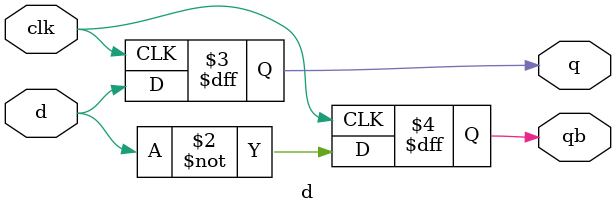
<source format=v>
`timescale 1ns / 1ps

module d(clk,d,q,qb);
input clk,d;
output q,qb;
reg q,qb;
always@(posedge clk)
begin 
q=d;
qb=~q;
end
endmodule

</source>
